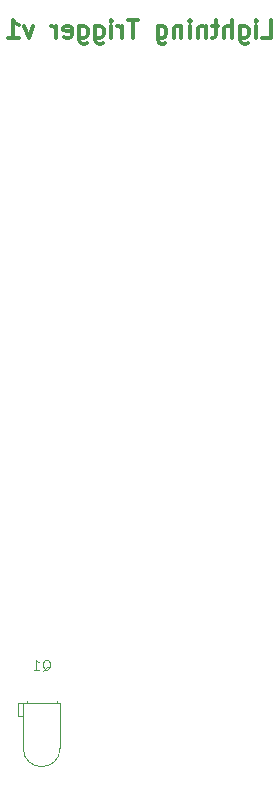
<source format=gbr>
G04 #@! TF.GenerationSoftware,KiCad,Pcbnew,(5.0.2)-1*
G04 #@! TF.CreationDate,2019-02-16T20:24:50+11:00*
G04 #@! TF.ProjectId,lightning trigger,6c696768-746e-4696-9e67-207472696767,rev?*
G04 #@! TF.SameCoordinates,Original*
G04 #@! TF.FileFunction,Legend,Bot*
G04 #@! TF.FilePolarity,Positive*
%FSLAX46Y46*%
G04 Gerber Fmt 4.6, Leading zero omitted, Abs format (unit mm)*
G04 Created by KiCad (PCBNEW (5.0.2)-1) date 16/02/2019 8:24:50 PM*
%MOMM*%
%LPD*%
G01*
G04 APERTURE LIST*
%ADD10C,0.300000*%
%ADD11C,0.120000*%
%ADD12C,0.125000*%
G04 APERTURE END LIST*
D10*
X10357142Y24340428D02*
X11071428Y24340428D01*
X11071428Y25840428D01*
X9857142Y24340428D02*
X9857142Y25340428D01*
X9857142Y25840428D02*
X9928571Y25769000D01*
X9857142Y25697571D01*
X9785714Y25769000D01*
X9857142Y25840428D01*
X9857142Y25697571D01*
X8500000Y25340428D02*
X8500000Y24126142D01*
X8571428Y23983285D01*
X8642857Y23911857D01*
X8785714Y23840428D01*
X9000000Y23840428D01*
X9142857Y23911857D01*
X8500000Y24411857D02*
X8642857Y24340428D01*
X8928571Y24340428D01*
X9071428Y24411857D01*
X9142857Y24483285D01*
X9214285Y24626142D01*
X9214285Y25054714D01*
X9142857Y25197571D01*
X9071428Y25269000D01*
X8928571Y25340428D01*
X8642857Y25340428D01*
X8500000Y25269000D01*
X7785714Y24340428D02*
X7785714Y25840428D01*
X7142857Y24340428D02*
X7142857Y25126142D01*
X7214285Y25269000D01*
X7357142Y25340428D01*
X7571428Y25340428D01*
X7714285Y25269000D01*
X7785714Y25197571D01*
X6642857Y25340428D02*
X6071428Y25340428D01*
X6428571Y25840428D02*
X6428571Y24554714D01*
X6357142Y24411857D01*
X6214285Y24340428D01*
X6071428Y24340428D01*
X5571428Y25340428D02*
X5571428Y24340428D01*
X5571428Y25197571D02*
X5500000Y25269000D01*
X5357142Y25340428D01*
X5142857Y25340428D01*
X5000000Y25269000D01*
X4928571Y25126142D01*
X4928571Y24340428D01*
X4214285Y24340428D02*
X4214285Y25340428D01*
X4214285Y25840428D02*
X4285714Y25769000D01*
X4214285Y25697571D01*
X4142857Y25769000D01*
X4214285Y25840428D01*
X4214285Y25697571D01*
X3500000Y25340428D02*
X3500000Y24340428D01*
X3500000Y25197571D02*
X3428571Y25269000D01*
X3285714Y25340428D01*
X3071428Y25340428D01*
X2928571Y25269000D01*
X2857142Y25126142D01*
X2857142Y24340428D01*
X1500000Y25340428D02*
X1500000Y24126142D01*
X1571428Y23983285D01*
X1642857Y23911857D01*
X1785714Y23840428D01*
X2000000Y23840428D01*
X2142857Y23911857D01*
X1500000Y24411857D02*
X1642857Y24340428D01*
X1928571Y24340428D01*
X2071428Y24411857D01*
X2142857Y24483285D01*
X2214285Y24626142D01*
X2214285Y25054714D01*
X2142857Y25197571D01*
X2071428Y25269000D01*
X1928571Y25340428D01*
X1642857Y25340428D01*
X1500000Y25269000D01*
X-142857Y25840428D02*
X-999999Y25840428D01*
X-571428Y24340428D02*
X-571428Y25840428D01*
X-1499999Y24340428D02*
X-1499999Y25340428D01*
X-1499999Y25054714D02*
X-1571428Y25197571D01*
X-1642857Y25269000D01*
X-1785714Y25340428D01*
X-1928571Y25340428D01*
X-2428571Y24340428D02*
X-2428571Y25340428D01*
X-2428571Y25840428D02*
X-2357142Y25769000D01*
X-2428571Y25697571D01*
X-2499999Y25769000D01*
X-2428571Y25840428D01*
X-2428571Y25697571D01*
X-3785714Y25340428D02*
X-3785714Y24126142D01*
X-3714285Y23983285D01*
X-3642857Y23911857D01*
X-3499999Y23840428D01*
X-3285714Y23840428D01*
X-3142857Y23911857D01*
X-3785714Y24411857D02*
X-3642857Y24340428D01*
X-3357142Y24340428D01*
X-3214285Y24411857D01*
X-3142857Y24483285D01*
X-3071428Y24626142D01*
X-3071428Y25054714D01*
X-3142857Y25197571D01*
X-3214285Y25269000D01*
X-3357142Y25340428D01*
X-3642857Y25340428D01*
X-3785714Y25269000D01*
X-5142857Y25340428D02*
X-5142857Y24126142D01*
X-5071428Y23983285D01*
X-4999999Y23911857D01*
X-4857142Y23840428D01*
X-4642857Y23840428D01*
X-4499999Y23911857D01*
X-5142857Y24411857D02*
X-4999999Y24340428D01*
X-4714285Y24340428D01*
X-4571428Y24411857D01*
X-4499999Y24483285D01*
X-4428571Y24626142D01*
X-4428571Y25054714D01*
X-4499999Y25197571D01*
X-4571428Y25269000D01*
X-4714285Y25340428D01*
X-4999999Y25340428D01*
X-5142857Y25269000D01*
X-6428571Y24411857D02*
X-6285714Y24340428D01*
X-5999999Y24340428D01*
X-5857142Y24411857D01*
X-5785714Y24554714D01*
X-5785714Y25126142D01*
X-5857142Y25269000D01*
X-5999999Y25340428D01*
X-6285714Y25340428D01*
X-6428571Y25269000D01*
X-6499999Y25126142D01*
X-6499999Y24983285D01*
X-5785714Y24840428D01*
X-7142857Y24340428D02*
X-7142857Y25340428D01*
X-7142857Y25054714D02*
X-7214285Y25197571D01*
X-7285714Y25269000D01*
X-7428571Y25340428D01*
X-7571428Y25340428D01*
X-9071428Y25340428D02*
X-9428571Y24340428D01*
X-9785714Y25340428D01*
X-11142857Y24340428D02*
X-10285714Y24340428D01*
X-10714285Y24340428D02*
X-10714285Y25840428D01*
X-10571428Y25626142D01*
X-10428571Y25483285D01*
X-10285714Y25411857D01*
D11*
G04 #@! TO.C,Q1*
X-9601200Y-31814000D02*
X-9601200Y-31814000D01*
X-9601200Y-31944000D02*
X-9601200Y-31814000D01*
X-9601200Y-31944000D02*
X-9601200Y-31944000D01*
X-9601200Y-31814000D02*
X-9601200Y-31944000D01*
X-7061200Y-31814000D02*
X-7061200Y-31814000D01*
X-7061200Y-31944000D02*
X-7061200Y-31814000D01*
X-7061200Y-31944000D02*
X-7061200Y-31944000D01*
X-7061200Y-31814000D02*
X-7061200Y-31944000D01*
X-9891200Y-31944000D02*
X-10291200Y-31944000D01*
X-9891200Y-33064000D02*
X-9891200Y-31944000D01*
X-10291200Y-33064000D02*
X-9891200Y-33064000D01*
X-10291200Y-31944000D02*
X-10291200Y-33064000D01*
X-6771200Y-31944000D02*
X-9891200Y-31944000D01*
X-9891200Y-31944000D02*
X-9891200Y-35804000D01*
X-6771200Y-31944000D02*
X-6771200Y-35804000D01*
X-9891200Y-35804000D02*
G75*
G03X-6771200Y-35804000I1560000J0D01*
G01*
D12*
X-8250247Y-29239476D02*
X-8169295Y-29199000D01*
X-8088342Y-29118047D01*
X-7966914Y-28996619D01*
X-7885961Y-28956142D01*
X-7805009Y-28956142D01*
X-7845485Y-29158523D02*
X-7764533Y-29118047D01*
X-7683580Y-29037095D01*
X-7643104Y-28875190D01*
X-7643104Y-28591857D01*
X-7683580Y-28429952D01*
X-7764533Y-28349000D01*
X-7845485Y-28308523D01*
X-8007390Y-28308523D01*
X-8088342Y-28349000D01*
X-8169295Y-28429952D01*
X-8209771Y-28591857D01*
X-8209771Y-28875190D01*
X-8169295Y-29037095D01*
X-8088342Y-29118047D01*
X-8007390Y-29158523D01*
X-7845485Y-29158523D01*
X-9019295Y-29158523D02*
X-8533580Y-29158523D01*
X-8776438Y-29158523D02*
X-8776438Y-28308523D01*
X-8695485Y-28429952D01*
X-8614533Y-28510904D01*
X-8533580Y-28551380D01*
G04 #@! TD*
M02*

</source>
